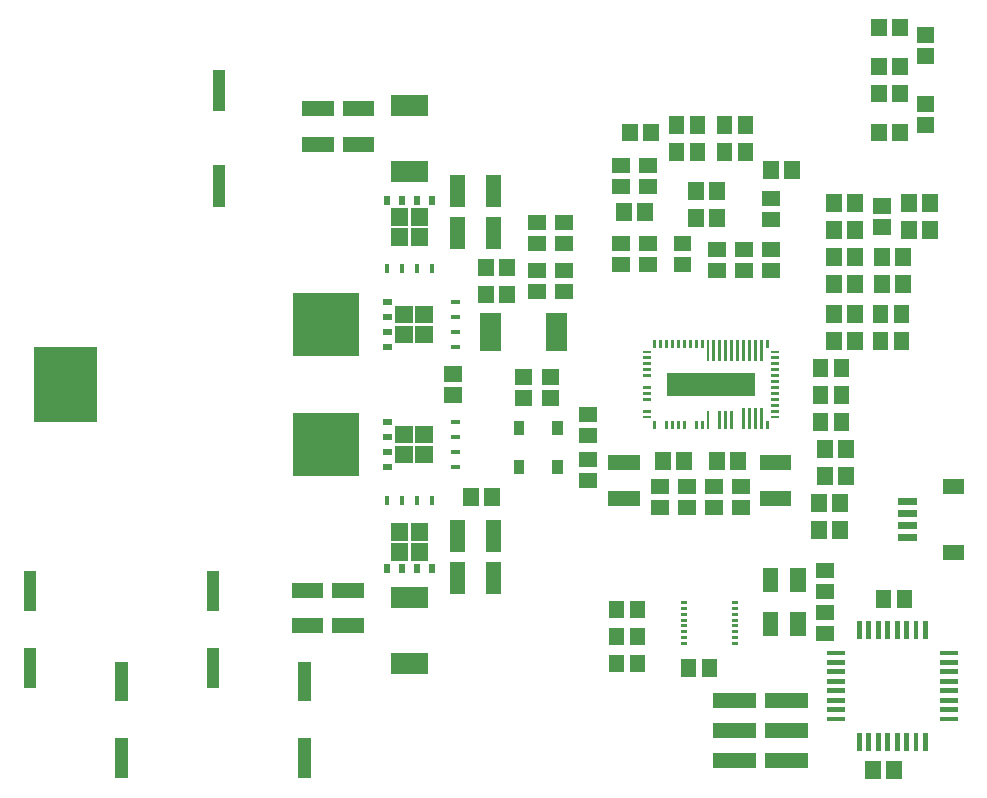
<source format=gbr>
G04 start of page 13 for group -4015 idx -4015 *
G04 Title: (unknown), toppaste *
G04 Creator: pcb 20140316 *
G04 CreationDate: Wed 23 Jan 2019 04:12:56 AM GMT UTC *
G04 For: railfan *
G04 Format: Gerber/RS-274X *
G04 PCB-Dimensions (mil): 4000.00 2950.00 *
G04 PCB-Coordinate-Origin: lower left *
%MOIN*%
%FSLAX25Y25*%
%LNTOPPASTE*%
%ADD182R,0.0100X0.0100*%
%ADD181R,0.0500X0.0500*%
%ADD180R,0.0472X0.0472*%
%ADD179R,0.0236X0.0236*%
%ADD178R,0.0157X0.0157*%
%ADD177R,0.0787X0.0787*%
%ADD176R,0.0098X0.0098*%
%ADD175R,0.0360X0.0360*%
%ADD174R,0.0512X0.0512*%
%ADD173R,0.0709X0.0709*%
%ADD172C,0.0001*%
%ADD171R,0.0157X0.0157*%
%ADD170R,0.0197X0.0197*%
%ADD169R,0.2100X0.2100*%
%ADD168R,0.2080X0.2080*%
%ADD167R,0.0430X0.0430*%
G54D167*X107500Y53000D02*Y44000D01*
Y27500D02*Y18400D01*
X168500Y53000D02*Y44000D01*
Y27500D02*Y18400D01*
X138000Y57500D02*Y48500D01*
Y83100D02*Y74000D01*
X77000Y57500D02*Y48500D01*
Y83100D02*Y74000D01*
G54D168*X88900Y149600D02*Y145400D01*
G54D169*X175300Y127500D02*X176300D01*
X175300Y167500D02*X176300D01*
G54D170*X211000Y86555D02*Y85571D01*
X206000Y86555D02*Y85571D01*
X201000Y86555D02*Y85571D01*
X196000Y86555D02*Y85571D01*
G54D171*X206000Y109626D02*Y108248D01*
X201000Y109626D02*Y108248D01*
X196000Y109626D02*Y108248D01*
X211000Y109626D02*Y108248D01*
G54D172*G36*
X203894Y94547D02*Y88642D01*
X209799D01*
Y94547D01*
X203894D01*
G37*
G36*
Y101240D02*Y95335D01*
X209799D01*
Y101240D01*
X203894D01*
G37*
G36*
X197201D02*Y95335D01*
X203106D01*
Y101240D01*
X197201D01*
G37*
G36*
Y94547D02*Y88642D01*
X203106D01*
Y94547D01*
X197201D01*
G37*
G54D170*X195571Y160000D02*X196555D01*
X195571Y165000D02*X196555D01*
X195571Y170000D02*X196555D01*
X195571Y175000D02*X196555D01*
G54D171*X218248Y165000D02*X219626D01*
X218248Y170000D02*X219626D01*
X218248Y175000D02*X219626D01*
X218248Y160000D02*X219626D01*
G54D172*G36*
X198642Y167106D02*Y161201D01*
X204547D01*
Y167106D01*
X198642D01*
G37*
G36*
X205335D02*Y161201D01*
X211240D01*
Y167106D01*
X205335D01*
G37*
G36*
Y173799D02*Y167894D01*
X211240D01*
Y173799D01*
X205335D01*
G37*
G36*
X198642D02*Y167894D01*
X204547D01*
Y173799D01*
X198642D01*
G37*
G54D170*X195571Y120000D02*X196555D01*
X195571Y125000D02*X196555D01*
X195571Y130000D02*X196555D01*
X195571Y135000D02*X196555D01*
G54D171*X218248Y125000D02*X219626D01*
X218248Y130000D02*X219626D01*
X218248Y135000D02*X219626D01*
X218248Y120000D02*X219626D01*
G54D172*G36*
X198642Y127106D02*Y121201D01*
X204547D01*
Y127106D01*
X198642D01*
G37*
G36*
X205335D02*Y121201D01*
X211240D01*
Y127106D01*
X205335D01*
G37*
G36*
Y133799D02*Y127894D01*
X211240D01*
Y133799D01*
X205335D01*
G37*
G36*
X198642D02*Y127894D01*
X204547D01*
Y133799D01*
X198642D01*
G37*
G54D170*X196000Y209429D02*Y208445D01*
X201000Y209429D02*Y208445D01*
X206000Y209429D02*Y208445D01*
X211000Y209429D02*Y208445D01*
G54D171*X201000Y186752D02*Y185374D01*
X206000Y186752D02*Y185374D01*
X211000Y186752D02*Y185374D01*
X196000Y186752D02*Y185374D01*
G54D172*G36*
X197201Y206358D02*Y200453D01*
X203106D01*
Y206358D01*
X197201D01*
G37*
G36*
Y199665D02*Y193760D01*
X203106D01*
Y199665D01*
X197201D01*
G37*
G36*
X203894D02*Y193760D01*
X209799D01*
Y199665D01*
X203894D01*
G37*
G36*
Y206358D02*Y200453D01*
X209799D01*
Y206358D01*
X203894D01*
G37*
G54D173*X200744Y218476D02*X206256D01*
X200744Y240524D02*X206256D01*
G54D174*X219595Y214755D02*Y209245D01*
X231405Y214755D02*Y209245D01*
X219595Y200755D02*Y195245D01*
X231405Y200755D02*Y195245D01*
G54D167*X140000Y250200D02*Y240800D01*
Y218400D02*Y208900D01*
G54D174*X170245Y239405D02*X175755D01*
X170245Y227595D02*X175755D01*
X183745Y239405D02*X189255D01*
X183745Y227595D02*X189255D01*
X219595Y85755D02*Y80245D01*
X231405Y85755D02*Y80245D01*
X219595Y99755D02*Y94245D01*
X231405Y99755D02*Y94245D01*
G54D173*X200744Y54476D02*X206256D01*
X200744Y76524D02*X206256D01*
G54D174*X180245Y67095D02*X185755D01*
X180245Y78905D02*X185755D01*
X166745Y67095D02*X172255D01*
X166745Y78905D02*X172255D01*
X217607Y143957D02*X218393D01*
X217607Y151043D02*X218393D01*
X236043Y186893D02*Y186107D01*
X228957Y186893D02*Y186107D01*
X236043Y177893D02*Y177107D01*
X228957Y177893D02*Y177107D01*
X223957Y110393D02*Y109607D01*
X231043Y110393D02*Y109607D01*
G54D175*X240000Y133600D02*Y132400D01*
X252900Y133600D02*Y132400D01*
X240000Y120600D02*Y119400D01*
X252900Y120600D02*Y119400D01*
G54D174*X262607Y130457D02*X263393D01*
X262607Y137543D02*X263393D01*
X262607Y115500D02*X263393D01*
X262607Y122586D02*X263393D01*
X245607Y178457D02*X246393D01*
X245607Y185543D02*X246393D01*
X245607Y194457D02*X246393D01*
X245607Y201543D02*X246393D01*
X254607Y178457D02*X255393D01*
X254607Y185543D02*X255393D01*
X254607Y194457D02*X255393D01*
X254607Y201543D02*X255393D01*
G54D173*X252524Y167756D02*Y162244D01*
X230476Y167756D02*Y162244D01*
G54D174*X298957Y212393D02*Y211607D01*
X306043Y212393D02*Y211607D01*
X299543Y225393D02*Y224607D01*
X292457Y225393D02*Y224607D01*
X299543Y234393D02*Y233607D01*
X292457Y234393D02*Y233607D01*
X315543Y225393D02*Y224607D01*
X308457Y225393D02*Y224607D01*
X315543Y234393D02*Y233607D01*
X308457Y234393D02*Y233607D01*
X272245Y121405D02*X277755D01*
X272245Y109595D02*X277755D01*
X313607Y113543D02*X314393D01*
X313607Y106457D02*X314393D01*
X304607Y113543D02*X305393D01*
X304607Y106457D02*X305393D01*
X313043Y122393D02*Y121607D01*
X305957Y122393D02*Y121607D01*
X295607Y113543D02*X296393D01*
X295607Y106457D02*X296393D01*
X286607Y113543D02*X287393D01*
X286607Y106457D02*X287393D01*
X295043Y122393D02*Y121607D01*
X287957Y122393D02*Y121607D01*
X340457Y144393D02*Y143607D01*
X347543Y144393D02*Y143607D01*
X340457Y135393D02*Y134607D01*
X347543Y135393D02*Y134607D01*
Y153393D02*Y152607D01*
X340457Y153393D02*Y152607D01*
X344957Y162393D02*Y161607D01*
X352043Y162393D02*Y161607D01*
X360457Y162393D02*Y161607D01*
X367543Y162393D02*Y161607D01*
X360457Y171393D02*Y170607D01*
X367543Y171393D02*Y170607D01*
X344957Y171393D02*Y170607D01*
X352043Y171393D02*Y170607D01*
Y181393D02*Y180607D01*
X344957Y181393D02*Y180607D01*
X352043Y190393D02*Y189607D01*
X344957Y190393D02*Y189607D01*
X360957Y190393D02*Y189607D01*
X368043Y190393D02*Y189607D01*
Y181393D02*Y180607D01*
X360957Y181393D02*Y180607D01*
X360607Y199957D02*X361393D01*
X360607Y207043D02*X361393D01*
X352043Y208393D02*Y207607D01*
X344957Y208393D02*Y207607D01*
X369957Y208393D02*Y207607D01*
X377043Y208393D02*Y207607D01*
Y199393D02*Y198607D01*
X369957Y199393D02*Y198607D01*
X352043Y199393D02*Y198607D01*
X344957Y199393D02*Y198607D01*
X282607Y187457D02*X283393D01*
X282607Y194543D02*X283393D01*
X273607D02*X274393D01*
X273607Y187457D02*X274393D01*
X282607Y213457D02*X283393D01*
X282607Y220543D02*X283393D01*
X274957Y205393D02*Y204607D01*
X282043Y205393D02*Y204607D01*
X273607Y213457D02*X274393D01*
X273607Y220543D02*X274393D01*
X284043Y231893D02*Y231107D01*
X276957Y231893D02*Y231107D01*
G54D176*X322701Y161772D02*Y160000D01*
X320732Y161772D02*Y155669D01*
X318764Y161772D02*Y155669D01*
X316795Y161772D02*Y155669D01*
X314827Y161772D02*Y155669D01*
X312858Y161772D02*Y155669D01*
X310890Y161772D02*Y155669D01*
X308921Y161772D02*Y155669D01*
X306953Y161772D02*Y155669D01*
X304984Y161772D02*Y155669D01*
X303016Y161772D02*Y155669D01*
X301047Y161772D02*Y160000D01*
X299079Y161772D02*Y160000D01*
X297110Y161772D02*Y160000D01*
X295142Y161772D02*Y160000D01*
X293173Y161772D02*Y160000D01*
X291205Y161772D02*Y160000D01*
X289236Y161772D02*Y160000D01*
X287268Y161772D02*Y160000D01*
X285299Y161772D02*Y160000D01*
X281854Y158327D02*X283626D01*
X281854Y156358D02*X283626D01*
X281854Y154390D02*X283626D01*
X281854Y152421D02*X283626D01*
X281854Y150453D02*X283626D01*
X281854Y146516D02*X283626D01*
X281854Y144547D02*X283626D01*
X281854Y142579D02*X283626D01*
X281854Y138642D02*X283626D01*
X281854Y136673D02*X283626D01*
X285299Y135000D02*Y133228D01*
X289236Y135000D02*Y133228D01*
X291205Y135000D02*Y133228D01*
X293173Y135000D02*Y133228D01*
X295142Y135000D02*Y133228D01*
X299079Y135000D02*Y133228D01*
X301047Y135000D02*Y133228D01*
X303016Y138150D02*Y133228D01*
X306953Y138150D02*Y133228D01*
X308921Y138150D02*Y133228D01*
X310890Y138150D02*Y133228D01*
X314827Y139331D02*Y133228D01*
X316795Y139331D02*Y133228D01*
X318764Y139331D02*Y133228D01*
X320732Y139331D02*Y133228D01*
X322701Y135000D02*Y133228D01*
X324374Y136673D02*X326146D01*
X324374Y138642D02*X326146D01*
X324374Y140610D02*X326146D01*
X324374Y142579D02*X326146D01*
X324374Y144547D02*X326146D01*
X324374Y146516D02*X326146D01*
X324374Y148484D02*X326146D01*
X324374Y150453D02*X326146D01*
X324374Y152421D02*X326146D01*
X324374Y154390D02*X326146D01*
X324374Y156358D02*X326146D01*
X324374Y158327D02*X326146D01*
G54D177*X293173Y147500D02*X314827D01*
G54D174*X322745Y121405D02*X328255D01*
X322745Y109595D02*X328255D01*
X367043Y266893D02*Y266107D01*
X359957Y266893D02*Y266107D01*
X375107Y233957D02*X375893D01*
X375107Y241043D02*X375893D01*
X367043Y231893D02*Y231107D01*
X359957Y231893D02*Y231107D01*
X367043Y244893D02*Y244107D01*
X359957Y244893D02*Y244107D01*
X367043Y253893D02*Y253107D01*
X359957Y253893D02*Y253107D01*
X341607Y71543D02*X342393D01*
X341607Y64457D02*X342393D01*
X341607Y78457D02*X342393D01*
X341607Y85543D02*X342393D01*
X323929Y83661D02*Y80906D01*
Y69094D02*Y66339D01*
X332985Y69094D02*Y66339D01*
Y83661D02*Y80906D01*
G54D178*X375523Y67992D02*Y63566D01*
X372374Y67992D02*Y63566D01*
X369224Y67992D02*Y63566D01*
X366075Y67992D02*Y63566D01*
X362925Y67992D02*Y63566D01*
X359775Y67992D02*Y63566D01*
X356626Y67992D02*Y63566D01*
X353476Y67992D02*Y63566D01*
X343508Y58023D02*X347934D01*
X343508Y54874D02*X347934D01*
X343508Y51724D02*X347934D01*
X343508Y48575D02*X347934D01*
X343508Y45425D02*X347934D01*
X343508Y42275D02*X347934D01*
X343508Y39126D02*X347934D01*
X343508Y35976D02*X347934D01*
X353477Y30434D02*Y26008D01*
X356626Y30434D02*Y26008D01*
X359776Y30434D02*Y26008D01*
X362925Y30434D02*Y26008D01*
X366075Y30434D02*Y26008D01*
X369225Y30434D02*Y26008D01*
X372374Y30434D02*Y26008D01*
X375524Y30434D02*Y26008D01*
X381066Y35977D02*X385492D01*
X381066Y39126D02*X385492D01*
X381066Y42276D02*X385492D01*
X381066Y45425D02*X385492D01*
X381066Y48575D02*X385492D01*
X381066Y51725D02*X385492D01*
X381066Y54874D02*X385492D01*
X381066Y58024D02*X385492D01*
G54D174*X357957Y19350D02*Y18564D01*
X365043Y19350D02*Y18564D01*
X361457Y76350D02*Y75564D01*
X368543Y76350D02*Y75564D01*
X296457Y53393D02*Y52607D01*
X303543Y53393D02*Y52607D01*
G54D179*X367630Y96594D02*X371370D01*
X367630Y100531D02*X371370D01*
X367630Y104469D02*X371370D01*
X367630Y108406D02*X371370D01*
G54D180*X383575Y91476D02*X385937D01*
X383575Y113524D02*X385937D01*
G54D181*X307016Y42000D02*X316504D01*
X307016Y32000D02*X316504D01*
X307016Y22000D02*X316504D01*
X324496D02*X333984D01*
X324496Y32000D02*X333984D01*
X324496Y42000D02*X333984D01*
G54D174*X341957Y117393D02*Y116607D01*
X349043Y117393D02*Y116607D01*
X347043Y108393D02*Y107607D01*
X339957Y108393D02*Y107607D01*
Y99393D02*Y98607D01*
X347043Y99393D02*Y98607D01*
X349043Y126393D02*Y125607D01*
X341957Y126393D02*Y125607D01*
X375107Y264043D02*X375893D01*
X375107Y256957D02*X375893D01*
X306043Y203393D02*Y202607D01*
X298957Y203393D02*Y202607D01*
X314607Y185457D02*X315393D01*
X314607Y192543D02*X315393D01*
X305607D02*X306393D01*
X305607Y185457D02*X306393D01*
X294107Y187457D02*X294893D01*
X294107Y194543D02*X294893D01*
X323607Y185457D02*X324393D01*
X323607Y192543D02*X324393D01*
X323607Y202457D02*X324393D01*
X323607Y209543D02*X324393D01*
X331043Y219393D02*Y218607D01*
X323957Y219393D02*Y218607D01*
X250107Y150043D02*X250893D01*
X250107Y142957D02*X250893D01*
X241107Y150043D02*X241893D01*
X241107Y142957D02*X241893D01*
G54D182*X294500Y74890D02*X295500D01*
X294500Y72921D02*X295500D01*
X294500Y70953D02*X295500D01*
X294500Y68984D02*X295500D01*
X294500Y67016D02*X295500D01*
X294500Y65047D02*X295500D01*
X294500Y63079D02*X295500D01*
X294500Y61110D02*X295500D01*
X311500D02*X312500D01*
X311500Y63079D02*X312500D01*
X311500Y65047D02*X312500D01*
X311500Y67016D02*X312500D01*
X311500Y68984D02*X312500D01*
X311500Y70953D02*X312500D01*
X311500Y72921D02*X312500D01*
X311500Y74890D02*X312500D01*
G54D174*X272457Y72893D02*Y72107D01*
X279543Y72893D02*Y72107D01*
X272457Y63893D02*Y63107D01*
X279543Y63893D02*Y63107D01*
X272457Y54893D02*Y54107D01*
X279543Y54893D02*Y54107D01*
M02*

</source>
